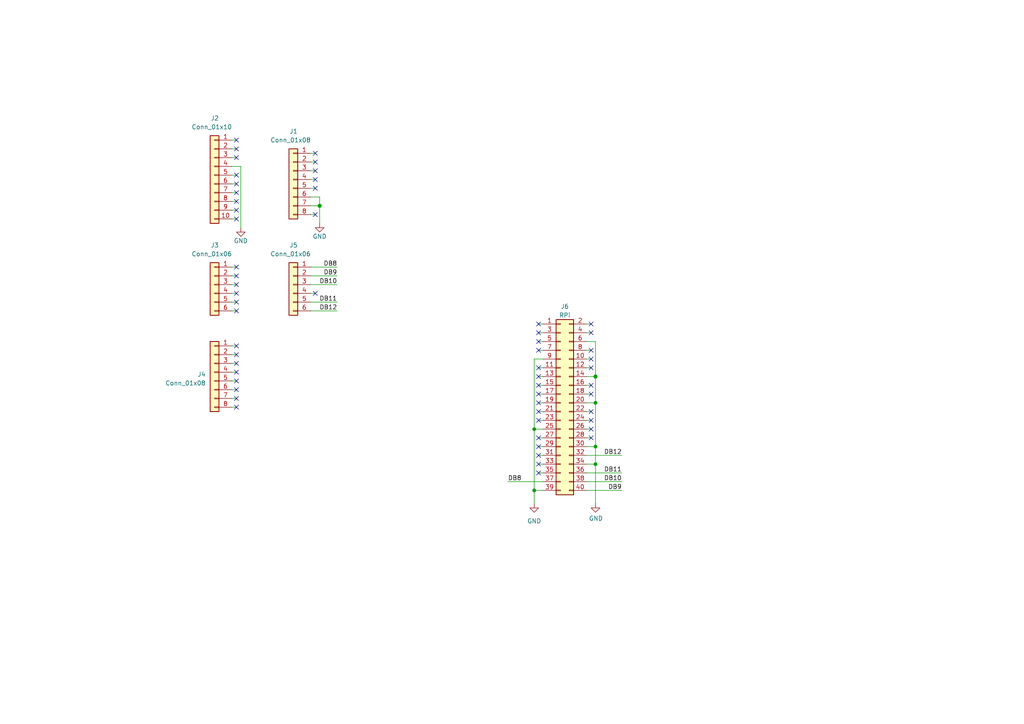
<source format=kicad_sch>
(kicad_sch (version 20230121) (generator eeschema)
  (paper "A4")
  (title_block (title "CY8CKIT-028-TFT shield for PYNQ-Z2") (rev "A") (company "https://github.com/vincentbaeten/pynq-z2-cy8ckit-028-tft-shield"))
  (lib_symbols
    (symbol "Connector_Generic:Conn_01x06" (pin_names (offset 1.016) hide)
      (property "Reference" "J" (at 0 7.62 0))
      (property "Value" "Conn_01x06" (at 0 -10.16 0))
      (symbol "Conn_01x06_1_1"
        (rectangle (start -1.27 -7.493) (end 0 -7.747) (stroke (width 0.1524)))
        (rectangle (start -1.27 -4.953) (end 0 -5.207) (stroke (width 0.1524)))
        (rectangle (start -1.27 -2.413) (end 0 -2.667) (stroke (width 0.1524)))
        (rectangle (start -1.27 0.127) (end 0 -0.127) (stroke (width 0.1524)))
        (rectangle (start -1.27 2.667) (end 0 2.413) (stroke (width 0.1524)))
        (rectangle (start -1.27 5.207) (end 0 4.953) (stroke (width 0.1524)))
        (rectangle (start -1.27 6.35) (end 1.27 -8.89) (stroke (width 0.254)) (fill (type background)))
        (pin passive line (at -5.08 5.08 0) (length 3.81) (name "Pin_1") (number "1"))
        (pin passive line (at -5.08 2.54 0) (length 3.81) (name "Pin_2") (number "2"))
        (pin passive line (at -5.08 0 0) (length 3.81) (name "Pin_3") (number "3"))
        (pin passive line (at -5.08 -2.54 0) (length 3.81) (name "Pin_4") (number "4"))
        (pin passive line (at -5.08 -5.08 0) (length 3.81) (name "Pin_5") (number "5"))
        (pin passive line (at -5.08 -7.62 0) (length 3.81) (name "Pin_6") (number "6"))
      )
    )
    (symbol "Connector_Generic:Conn_01x08" (pin_names (offset 1.016) hide)
      (property "Reference" "J" (at 0 10.16 0))
      (property "Value" "Conn_01x08" (at 0 -12.7 0))
      (symbol "Conn_01x08_1_1"
        (rectangle (start -1.27 -10.033) (end 0 -10.287) (stroke (width 0.1524)))
        (rectangle (start -1.27 -7.493) (end 0 -7.747) (stroke (width 0.1524)))
        (rectangle (start -1.27 -4.953) (end 0 -5.207) (stroke (width 0.1524)))
        (rectangle (start -1.27 -2.413) (end 0 -2.667) (stroke (width 0.1524)))
        (rectangle (start -1.27 0.127) (end 0 -0.127) (stroke (width 0.1524)))
        (rectangle (start -1.27 2.667) (end 0 2.413) (stroke (width 0.1524)))
        (rectangle (start -1.27 5.207) (end 0 4.953) (stroke (width 0.1524)))
        (rectangle (start -1.27 7.747) (end 0 7.493) (stroke (width 0.1524)))
        (rectangle (start -1.27 8.89) (end 1.27 -11.43) (stroke (width 0.254)) (fill (type background)))
        (pin passive line (at -5.08 7.62 0) (length 3.81) (name "Pin_1") (number "1"))
        (pin passive line (at -5.08 5.08 0) (length 3.81) (name "Pin_2") (number "2"))
        (pin passive line (at -5.08 2.54 0) (length 3.81) (name "Pin_3") (number "3"))
        (pin passive line (at -5.08 0 0) (length 3.81) (name "Pin_4") (number "4"))
        (pin passive line (at -5.08 -2.54 0) (length 3.81) (name "Pin_5") (number "5"))
        (pin passive line (at -5.08 -5.08 0) (length 3.81) (name "Pin_6") (number "6"))
        (pin passive line (at -5.08 -7.62 0) (length 3.81) (name "Pin_7") (number "7"))
        (pin passive line (at -5.08 -10.16 0) (length 3.81) (name "Pin_8") (number "8"))
      )
    )
    (symbol "Connector_Generic:Conn_01x10" (pin_names (offset 1.016) hide)
      (property "Reference" "J" (at 0 12.7 0))
      (property "Value" "Conn_01x10" (at 0 -15.24 0))
      (symbol "Conn_01x10_1_1"
        (rectangle (start -1.27 -12.573) (end 0 -12.827) (stroke (width 0.1524)))
        (rectangle (start -1.27 -10.033) (end 0 -10.287) (stroke (width 0.1524)))
        (rectangle (start -1.27 -7.493) (end 0 -7.747) (stroke (width 0.1524)))
        (rectangle (start -1.27 -4.953) (end 0 -5.207) (stroke (width 0.1524)))
        (rectangle (start -1.27 -2.413) (end 0 -2.667) (stroke (width 0.1524)))
        (rectangle (start -1.27 0.127) (end 0 -0.127) (stroke (width 0.1524)))
        (rectangle (start -1.27 2.667) (end 0 2.413) (stroke (width 0.1524)))
        (rectangle (start -1.27 5.207) (end 0 4.953) (stroke (width 0.1524)))
        (rectangle (start -1.27 7.747) (end 0 7.493) (stroke (width 0.1524)))
        (rectangle (start -1.27 10.287) (end 0 10.033) (stroke (width 0.1524)))
        (rectangle (start -1.27 11.43) (end 1.27 -13.97) (stroke (width 0.254)) (fill (type background)))
        (pin passive line (at -5.08 10.16 0) (length 3.81) (name "Pin_1") (number "1"))
        (pin passive line (at -5.08 -12.7 0) (length 3.81) (name "Pin_10") (number "10"))
        (pin passive line (at -5.08 7.62 0) (length 3.81) (name "Pin_2") (number "2"))
        (pin passive line (at -5.08 5.08 0) (length 3.81) (name "Pin_3") (number "3"))
        (pin passive line (at -5.08 2.54 0) (length 3.81) (name "Pin_4") (number "4"))
        (pin passive line (at -5.08 0 0) (length 3.81) (name "Pin_5") (number "5"))
        (pin passive line (at -5.08 -2.54 0) (length 3.81) (name "Pin_6") (number "6"))
        (pin passive line (at -5.08 -5.08 0) (length 3.81) (name "Pin_7") (number "7"))
        (pin passive line (at -5.08 -7.62 0) (length 3.81) (name "Pin_8") (number "8"))
        (pin passive line (at -5.08 -10.16 0) (length 3.81) (name "Pin_9") (number "9"))
      )
    )
    (symbol "Connector_Generic:Conn_02x20_Odd_Even" (pin_names (offset 1.016) hide)
      (property "Reference" "J" (at 1.27 25.4 0))
      (property "Value" "Conn_02x20_Odd_Even" (at 1.27 -27.94 0))
      (symbol "Conn_02x20_Odd_Even_1_1"
        (rectangle (start -1.27 -25.273) (end 0 -25.527) (stroke (width 0.1524)))
        (rectangle (start -1.27 -22.733) (end 0 -22.987) (stroke (width 0.1524)))
        (rectangle (start -1.27 -20.193) (end 0 -20.447) (stroke (width 0.1524)))
        (rectangle (start -1.27 -17.653) (end 0 -17.907) (stroke (width 0.1524)))
        (rectangle (start -1.27 -15.113) (end 0 -15.367) (stroke (width 0.1524)))
        (rectangle (start -1.27 -12.573) (end 0 -12.827) (stroke (width 0.1524)))
        (rectangle (start -1.27 -10.033) (end 0 -10.287) (stroke (width 0.1524)))
        (rectangle (start -1.27 -7.493) (end 0 -7.747) (stroke (width 0.1524)))
        (rectangle (start -1.27 -4.953) (end 0 -5.207) (stroke (width 0.1524)))
        (rectangle (start -1.27 -2.413) (end 0 -2.667) (stroke (width 0.1524)))
        (rectangle (start -1.27 0.127) (end 0 -0.127) (stroke (width 0.1524)))
        (rectangle (start -1.27 2.667) (end 0 2.413) (stroke (width 0.1524)))
        (rectangle (start -1.27 5.207) (end 0 4.953) (stroke (width 0.1524)))
        (rectangle (start -1.27 7.747) (end 0 7.493) (stroke (width 0.1524)))
        (rectangle (start -1.27 10.287) (end 0 10.033) (stroke (width 0.1524)))
        (rectangle (start -1.27 12.827) (end 0 12.573) (stroke (width 0.1524)))
        (rectangle (start -1.27 15.367) (end 0 15.113) (stroke (width 0.1524)))
        (rectangle (start -1.27 17.907) (end 0 17.653) (stroke (width 0.1524)))
        (rectangle (start -1.27 20.447) (end 0 20.193) (stroke (width 0.1524)))
        (rectangle (start -1.27 22.987) (end 0 22.733) (stroke (width 0.1524)))
        (rectangle (start -1.27 24.13) (end 3.81 -26.67) (stroke (width 0.254)) (fill (type background)))
        (rectangle (start 3.81 -25.273) (end 2.54 -25.527) (stroke (width 0.1524)))
        (rectangle (start 3.81 -22.733) (end 2.54 -22.987) (stroke (width 0.1524)))
        (rectangle (start 3.81 -20.193) (end 2.54 -20.447) (stroke (width 0.1524)))
        (rectangle (start 3.81 -17.653) (end 2.54 -17.907) (stroke (width 0.1524)))
        (rectangle (start 3.81 -15.113) (end 2.54 -15.367) (stroke (width 0.1524)))
        (rectangle (start 3.81 -12.573) (end 2.54 -12.827) (stroke (width 0.1524)))
        (rectangle (start 3.81 -10.033) (end 2.54 -10.287) (stroke (width 0.1524)))
        (rectangle (start 3.81 -7.493) (end 2.54 -7.747) (stroke (width 0.1524)))
        (rectangle (start 3.81 -4.953) (end 2.54 -5.207) (stroke (width 0.1524)))
        (rectangle (start 3.81 -2.413) (end 2.54 -2.667) (stroke (width 0.1524)))
        (rectangle (start 3.81 0.127) (end 2.54 -0.127) (stroke (width 0.1524)))
        (rectangle (start 3.81 2.667) (end 2.54 2.413) (stroke (width 0.1524)))
        (rectangle (start 3.81 5.207) (end 2.54 4.953) (stroke (width 0.1524)))
        (rectangle (start 3.81 7.747) (end 2.54 7.493) (stroke (width 0.1524)))
        (rectangle (start 3.81 10.287) (end 2.54 10.033) (stroke (width 0.1524)))
        (rectangle (start 3.81 12.827) (end 2.54 12.573) (stroke (width 0.1524)))
        (rectangle (start 3.81 15.367) (end 2.54 15.113) (stroke (width 0.1524)))
        (rectangle (start 3.81 17.907) (end 2.54 17.653) (stroke (width 0.1524)))
        (rectangle (start 3.81 20.447) (end 2.54 20.193) (stroke (width 0.1524)))
        (rectangle (start 3.81 22.987) (end 2.54 22.733) (stroke (width 0.1524)))
        (pin passive line (at -5.08 22.86 0) (length 3.81) (name "Pin_1") (number "1"))
        (pin passive line (at 7.62 12.7 180) (length 3.81) (name "Pin_10") (number "10"))
        (pin passive line (at -5.08 10.16 0) (length 3.81) (name "Pin_11") (number "11"))
        (pin passive line (at 7.62 10.16 180) (length 3.81) (name "Pin_12") (number "12"))
        (pin passive line (at -5.08 7.62 0) (length 3.81) (name "Pin_13") (number "13"))
        (pin passive line (at 7.62 7.62 180) (length 3.81) (name "Pin_14") (number "14"))
        (pin passive line (at -5.08 5.08 0) (length 3.81) (name "Pin_15") (number "15"))
        (pin passive line (at 7.62 5.08 180) (length 3.81) (name "Pin_16") (number "16"))
        (pin passive line (at -5.08 2.54 0) (length 3.81) (name "Pin_17") (number "17"))
        (pin passive line (at 7.62 2.54 180) (length 3.81) (name "Pin_18") (number "18"))
        (pin passive line (at -5.08 0 0) (length 3.81) (name "Pin_19") (number "19"))
        (pin passive line (at 7.62 22.86 180) (length 3.81) (name "Pin_2") (number "2"))
        (pin passive line (at 7.62 0 180) (length 3.81) (name "Pin_20") (number "20"))
        (pin passive line (at -5.08 -2.54 0) (length 3.81) (name "Pin_21") (number "21"))
        (pin passive line (at 7.62 -2.54 180) (length 3.81) (name "Pin_22") (number "22"))
        (pin passive line (at -5.08 -5.08 0) (length 3.81) (name "Pin_23") (number "23"))
        (pin passive line (at 7.62 -5.08 180) (length 3.81) (name "Pin_24") (number "24"))
        (pin passive line (at -5.08 -7.62 0) (length 3.81) (name "Pin_25") (number "25"))
        (pin passive line (at 7.62 -7.62 180) (length 3.81) (name "Pin_26") (number "26"))
        (pin passive line (at -5.08 -10.16 0) (length 3.81) (name "Pin_27") (number "27"))
        (pin passive line (at 7.62 -10.16 180) (length 3.81) (name "Pin_28") (number "28"))
        (pin passive line (at -5.08 -12.7 0) (length 3.81) (name "Pin_29") (number "29"))
        (pin passive line (at -5.08 20.32 0) (length 3.81) (name "Pin_3") (number "3"))
        (pin passive line (at 7.62 -12.7 180) (length 3.81) (name "Pin_30") (number "30"))
        (pin passive line (at -5.08 -15.24 0) (length 3.81) (name "Pin_31") (number "31"))
        (pin passive line (at 7.62 -15.24 180) (length 3.81) (name "Pin_32") (number "32"))
        (pin passive line (at -5.08 -17.78 0) (length 3.81) (name "Pin_33") (number "33"))
        (pin passive line (at 7.62 -17.78 180) (length 3.81) (name "Pin_34") (number "34"))
        (pin passive line (at -5.08 -20.32 0) (length 3.81) (name "Pin_35") (number "35"))
        (pin passive line (at 7.62 -20.32 180) (length 3.81) (name "Pin_36") (number "36"))
        (pin passive line (at -5.08 -22.86 0) (length 3.81) (name "Pin_37") (number "37"))
        (pin passive line (at 7.62 -22.86 180) (length 3.81) (name "Pin_38") (number "38"))
        (pin passive line (at -5.08 -25.4 0) (length 3.81) (name "Pin_39") (number "39"))
        (pin passive line (at 7.62 20.32 180) (length 3.81) (name "Pin_4") (number "4"))
        (pin passive line (at 7.62 -25.4 180) (length 3.81) (name "Pin_40") (number "40"))
        (pin passive line (at -5.08 17.78 0) (length 3.81) (name "Pin_5") (number "5"))
        (pin passive line (at 7.62 17.78 180) (length 3.81) (name "Pin_6") (number "6"))
        (pin passive line (at -5.08 15.24 0) (length 3.81) (name "Pin_7") (number "7"))
        (pin passive line (at 7.62 15.24 180) (length 3.81) (name "Pin_8") (number "8"))
        (pin passive line (at -5.08 12.7 0) (length 3.81) (name "Pin_9") (number "9"))
      )
    )
    (symbol "GND_1" (power) (pin_names (offset 0))
      (property "Value" "GND_1" (at 0 -3.81 0))
      (symbol "GND_1_0_1"
        (polyline (pts (xy 0 0) (xy 0 -1.27) (xy 1.27 -1.27) (xy 0 -2.54) (xy -1.27 -1.27) (xy 0 -1.27)))
      )
      (symbol "GND_1_1_1"
        (pin power_in line (at 0 0 270) (length 0) hide (name "GND") (number "1"))
      )
    )
    (symbol "power:GND" (power) (pin_names (offset 0))
      (property "Value" "GND" (at 0 -3.81 0))
      (symbol "GND_0_1"
        (polyline (pts (xy 0 0) (xy 0 -1.27) (xy 1.27 -1.27) (xy 0 -2.54) (xy -1.27 -1.27) (xy 0 -1.27)))
      )
      (symbol "GND_1_1"
        (pin power_in line (at 0 0 270) (length 0) hide (name "GND") (number "1"))
      )
    )
  )
  (junction (at 92.71 59.69) (diameter 1.016))
  (junction (at 172.72 134.62))
  (junction (at 172.72 116.84))
  (junction (at 154.94 124.46))
  (junction (at 154.94 142.24))
  (junction (at 172.72 109.22) (diameter 1.016))
  (junction (at 172.72 129.54))
  (no_connect (at 91.44 54.61))
  (no_connect (at 171.45 121.92))
  (no_connect (at 68.58 53.34))
  (no_connect (at 68.58 60.96))
  (no_connect (at 156.21 106.68))
  (no_connect (at 68.58 105.41))
  (no_connect (at 171.45 119.38))
  (no_connect (at 68.58 80.01))
  (no_connect (at 68.58 55.88))
  (no_connect (at 156.21 109.22))
  (no_connect (at 68.58 100.33))
  (no_connect (at 68.58 90.17))
  (no_connect (at 156.21 99.06))
  (no_connect (at 156.21 93.98))
  (no_connect (at 91.44 52.07))
  (no_connect (at 156.21 127))
  (no_connect (at 68.58 85.09))
  (no_connect (at 171.45 127))
  (no_connect (at 91.44 49.53))
  (no_connect (at 171.45 114.3))
  (no_connect (at 156.21 114.3))
  (no_connect (at 68.58 118.11))
  (no_connect (at 156.21 132.08))
  (no_connect (at 68.58 43.18))
  (no_connect (at 156.21 101.6))
  (no_connect (at 68.58 50.8))
  (no_connect (at 171.45 101.6))
  (no_connect (at 171.45 111.76))
  (no_connect (at 91.44 85.09))
  (no_connect (at 156.21 116.84))
  (no_connect (at 171.45 104.14))
  (no_connect (at 68.58 58.42))
  (no_connect (at 91.44 62.23))
  (no_connect (at 171.45 124.46))
  (no_connect (at 91.44 46.99))
  (no_connect (at 156.21 96.52))
  (no_connect (at 156.21 134.62))
  (no_connect (at 156.21 111.76))
  (no_connect (at 156.21 119.38))
  (no_connect (at 171.45 106.68))
  (no_connect (at 68.58 110.49))
  (no_connect (at 171.45 93.98))
  (no_connect (at 68.58 45.72))
  (no_connect (at 68.58 115.57))
  (no_connect (at 68.58 107.95))
  (no_connect (at 156.21 137.16))
  (no_connect (at 156.21 121.92))
  (no_connect (at 68.58 87.63))
  (no_connect (at 68.58 63.5))
  (no_connect (at 68.58 102.87))
  (no_connect (at 91.44 44.45))
  (no_connect (at 171.45 96.52))
  (no_connect (at 156.21 129.54))
  (no_connect (at 68.58 113.03))
  (no_connect (at 68.58 82.55))
  (no_connect (at 68.58 40.64))
  (no_connect (at 68.58 77.47))
  (wire (pts (xy 156.21 106.68) (xy 157.48 106.68)))
  (wire (pts (xy 172.72 116.84) (xy 172.72 129.54)))
  (wire (pts (xy 90.17 59.69) (xy 92.71 59.69)))
  (wire (pts (xy 68.58 118.11) (xy 67.31 118.11)))
  (wire (pts (xy 156.21 114.3) (xy 157.48 114.3)))
  (wire (pts (xy 171.45 106.68) (xy 170.18 106.68)))
  (wire (pts (xy 68.58 63.5) (xy 67.31 63.5)))
  (wire (pts (xy 156.21 119.38) (xy 157.48 119.38)))
  (wire (pts (xy 170.18 137.16) (xy 180.34 137.16)))
  (wire (pts (xy 172.72 99.06) (xy 172.72 109.22)))
  (wire (pts (xy 172.72 116.84) (xy 170.18 116.84)))
  (wire (pts (xy 90.17 77.47) (xy 97.79 77.47)))
  (wire (pts (xy 171.45 111.76) (xy 170.18 111.76)))
  (wire (pts (xy 157.48 139.7) (xy 147.32 139.7)))
  (wire (pts (xy 92.71 57.15) (xy 92.71 59.69)))
  (wire (pts (xy 172.72 99.06) (xy 170.18 99.06)))
  (wire (pts (xy 91.44 46.99) (xy 90.17 46.99)))
  (wire (pts (xy 68.58 90.17) (xy 67.31 90.17)))
  (wire (pts (xy 156.21 137.16) (xy 157.48 137.16)))
  (wire (pts (xy 91.44 49.53) (xy 90.17 49.53)))
  (wire (pts (xy 68.58 100.33) (xy 67.31 100.33)))
  (wire (pts (xy 156.21 93.98) (xy 157.48 93.98)))
  (wire (pts (xy 68.58 40.64) (xy 67.31 40.64)))
  (wire (pts (xy 91.44 52.07) (xy 90.17 52.07)))
  (wire (pts (xy 68.58 113.03) (xy 67.31 113.03)))
  (wire (pts (xy 154.94 104.14) (xy 157.48 104.14)))
  (wire (pts (xy 154.94 124.46) (xy 157.48 124.46)))
  (wire (pts (xy 68.58 80.01) (xy 67.31 80.01)))
  (wire (pts (xy 91.44 44.45) (xy 90.17 44.45)))
  (wire (pts (xy 156.21 96.52) (xy 157.48 96.52)))
  (wire (pts (xy 91.44 62.23) (xy 90.17 62.23)))
  (wire (pts (xy 91.44 54.61) (xy 90.17 54.61)))
  (wire (pts (xy 156.21 101.6) (xy 157.48 101.6)))
  (wire (pts (xy 154.94 142.24) (xy 157.48 142.24)))
  (wire (pts (xy 68.58 53.34) (xy 67.31 53.34)))
  (wire (pts (xy 156.21 132.08) (xy 157.48 132.08)))
  (wire (pts (xy 90.17 90.17) (xy 97.79 90.17)))
  (wire (pts (xy 68.58 87.63) (xy 67.31 87.63)))
  (wire (pts (xy 154.94 142.24) (xy 154.94 146.05)))
  (wire (pts (xy 171.45 96.52) (xy 170.18 96.52)))
  (wire (pts (xy 156.21 127) (xy 157.48 127)))
  (wire (pts (xy 171.45 124.46) (xy 170.18 124.46)))
  (wire (pts (xy 171.45 93.98) (xy 170.18 93.98)))
  (wire (pts (xy 171.45 101.6) (xy 170.18 101.6)))
  (wire (pts (xy 170.18 132.08) (xy 180.34 132.08)))
  (wire (pts (xy 68.58 82.55) (xy 67.31 82.55)))
  (wire (pts (xy 156.21 99.06) (xy 157.48 99.06)))
  (wire (pts (xy 171.45 114.3) (xy 170.18 114.3)))
  (wire (pts (xy 156.21 134.62) (xy 157.48 134.62)))
  (wire (pts (xy 68.58 105.41) (xy 67.31 105.41)))
  (wire (pts (xy 90.17 80.01) (xy 97.79 80.01)))
  (wire (pts (xy 172.72 109.22) (xy 170.18 109.22)))
  (wire (pts (xy 68.58 110.49) (xy 67.31 110.49)))
  (wire (pts (xy 68.58 77.47) (xy 67.31 77.47)))
  (wire (pts (xy 90.17 82.55) (xy 97.79 82.55)))
  (wire (pts (xy 172.72 129.54) (xy 172.72 134.62)))
  (wire (pts (xy 68.58 58.42) (xy 67.31 58.42)))
  (wire (pts (xy 156.21 121.92) (xy 157.48 121.92)))
  (wire (pts (xy 67.31 48.26) (xy 69.85 48.26)))
  (wire (pts (xy 156.21 109.22) (xy 157.48 109.22)))
  (wire (pts (xy 92.71 59.69) (xy 92.71 64.77)))
  (wire (pts (xy 68.58 55.88) (xy 67.31 55.88)))
  (wire (pts (xy 68.58 107.95) (xy 67.31 107.95)))
  (wire (pts (xy 172.72 134.62) (xy 170.18 134.62)))
  (wire (pts (xy 154.94 124.46) (xy 154.94 142.24)))
  (wire (pts (xy 68.58 45.72) (xy 67.31 45.72)))
  (wire (pts (xy 170.18 139.7) (xy 180.34 139.7)))
  (wire (pts (xy 68.58 50.8) (xy 67.31 50.8)))
  (wire (pts (xy 172.72 129.54) (xy 170.18 129.54)))
  (wire (pts (xy 68.58 43.18) (xy 67.31 43.18)))
  (wire (pts (xy 156.21 116.84) (xy 157.48 116.84)))
  (wire (pts (xy 91.44 85.09) (xy 90.17 85.09)))
  (wire (pts (xy 154.94 104.14) (xy 154.94 124.46)))
  (wire (pts (xy 172.72 134.62) (xy 172.72 146.05)))
  (wire (pts (xy 172.72 109.22) (xy 172.72 116.84)))
  (wire (pts (xy 170.18 142.24) (xy 180.34 142.24)))
  (wire (pts (xy 171.45 104.14) (xy 170.18 104.14)))
  (wire (pts (xy 68.58 115.57) (xy 67.31 115.57)))
  (wire (pts (xy 90.17 87.63) (xy 97.79 87.63)))
  (wire (pts (xy 171.45 121.92) (xy 170.18 121.92)))
  (wire (pts (xy 171.45 119.38) (xy 170.18 119.38)))
  (wire (pts (xy 68.58 60.96) (xy 67.31 60.96)))
  (wire (pts (xy 156.21 129.54) (xy 157.48 129.54)))
  (wire (pts (xy 90.17 57.15) (xy 92.71 57.15)))
  (wire (pts (xy 156.21 111.76) (xy 157.48 111.76)))
  (wire (pts (xy 171.45 127) (xy 170.18 127)))
  (wire (pts (xy 68.58 85.09) (xy 67.31 85.09)))
  (wire (pts (xy 69.85 48.26) (xy 69.85 66.04)))
  (wire (pts (xy 68.58 102.87) (xy 67.31 102.87)))
  (label "DB9" (at 180.34 142.24 180))
  (label "DB12" (at 180.34 132.08 180))
  (label "DB12" (at 97.79 90.17 180))
  (label "DB8" (at 97.79 77.47 180))
  (label "DB8" (at 147.32 139.7 0))
  (label "DB11" (at 180.34 137.16 180))
  (label "DB9" (at 97.79 80.01 180))
  (label "DB10" (at 97.79 82.55 180))
  (label "DB10" (at 180.34 139.7 180))
  (label "DB11" (at 97.79 87.63 180))
  (symbol (lib_id "Connector_Generic:Conn_01x08") (at 62.23 107.95 0) (mirror y) (unit 1)
    (property "Reference" "J4" (at 59.69 108.585 0) (effects (justify left)))
    (property "Value" "Conn_01x08" (at 59.69 111.125 0) (effects (justify left)))
    (property "Footprint" "Connector_PinSocket_2.54mm:PinSocket_1x08_P2.54mm_Vertical" (effects hide))
  )
  (symbol (lib_id "Connector_Generic:Conn_01x10") (at 62.23 50.8 0) (mirror y) (unit 1)
    (property "Reference" "J2" (at 63.5 34.29 0) (effects (justify left)))
    (property "Value" "Conn_01x10" (at 67.31 36.83 0) (effects (justify left)))
    (property "Footprint" "Connector_PinSocket_2.54mm:PinSocket_1x10_P2.54mm_Vertical" (effects hide))
  )
  (symbol (lib_id "Connector_Generic:Conn_02x20_Odd_Even") (at 162.56 116.84 0) (unit 1)
    (property "Reference" "J6" (at 163.83 88.9 0))
    (property "Value" "RPi" (at 163.83 91.44 0))
    (property "Footprint" "Connector_PinSocket_2.54mm:PinSocket_2x20_P2.54mm_Vertical" (effects hide))
  )
  (symbol (lib_name "GND_1") (lib_id "power:GND") (at 154.94 146.05 0) (unit 1)
    (property "Reference" "#PWR04" (effects hide))
    (property "Value" "GND" (at 154.94 151.13 0))
  )
  (symbol (lib_id "Connector_Generic:Conn_01x08") (at 85.09 52.07 0) (mirror y) (unit 1)
    (property "Reference" "J1" (at 86.36 38.1 0) (effects (justify left)))
    (property "Value" "Conn_01x08" (at 90.17 40.64 0) (effects (justify left)))
    (property "Footprint" "Connector_PinSocket_2.54mm:PinSocket_1x08_P2.54mm_Vertical" (effects hide))
  )
  (symbol (lib_id "power:GND") (at 69.85 66.04 0) (unit 1)
    (property "Reference" "#PWR02" (effects hide))
    (property "Value" "GND" (at 69.85 69.85 0))
  )
  (symbol (lib_id "Connector_Generic:Conn_01x06") (at 85.09 82.55 0) (mirror y) (unit 1)
    (property "Reference" "J5" (at 86.36 71.12 0) (effects (justify left)))
    (property "Value" "Conn_01x06" (at 90.17 73.66 0) (effects (justify left)))
    (property "Footprint" "Connector_PinSocket_2.54mm:PinSocket_1x06_P2.54mm_Vertical" (effects hide))
  )
  (symbol (lib_id "Connector_Generic:Conn_01x06") (at 62.23 82.55 0) (mirror y) (unit 1)
    (property "Reference" "J3" (at 63.5 71.12 0) (effects (justify left)))
    (property "Value" "Conn_01x06" (at 67.31 73.66 0) (effects (justify left)))
    (property "Footprint" "Connector_PinSocket_2.54mm:PinSocket_1x06_P2.54mm_Vertical" (effects hide))
  )
  (symbol (lib_id "power:GND") (at 92.71 64.77 0) (mirror y) (unit 1)
    (property "Reference" "#PWR01" (effects hide))
    (property "Value" "GND" (at 92.71 68.58 0))
  )
  (symbol (lib_id "power:GND") (at 172.72 146.05 0) (unit 1)
    (property "Reference" "#PWR03" (effects hide))
    (property "Value" "GND" (at 172.8343 150.3744 0))
  )
)
</source>
